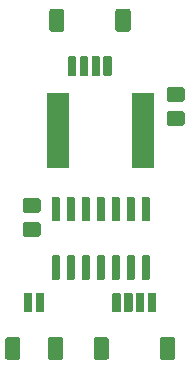
<source format=gbr>
G04 #@! TF.GenerationSoftware,KiCad,Pcbnew,5.1.2-f72e74a~84~ubuntu16.04.1*
G04 #@! TF.CreationDate,2019-06-21T14:24:11+02:00*
G04 #@! TF.ProjectId,microstepper,6d696372-6f73-4746-9570-7065722e6b69,rev?*
G04 #@! TF.SameCoordinates,Original*
G04 #@! TF.FileFunction,Soldermask,Top*
G04 #@! TF.FilePolarity,Negative*
%FSLAX46Y46*%
G04 Gerber Fmt 4.6, Leading zero omitted, Abs format (unit mm)*
G04 Created by KiCad (PCBNEW 5.1.2-f72e74a~84~ubuntu16.04.1) date 2019-06-21 14:24:11*
%MOMM*%
%LPD*%
G04 APERTURE LIST*
%ADD10C,0.100000*%
G04 APERTURE END LIST*
D10*
G36*
X31016042Y-47994604D02*
G01*
X31053137Y-48005857D01*
X31087315Y-48024125D01*
X31117281Y-48048719D01*
X31141875Y-48078685D01*
X31160143Y-48112863D01*
X31171396Y-48149958D01*
X31175800Y-48194674D01*
X31175800Y-49687726D01*
X31171396Y-49732442D01*
X31160143Y-49769537D01*
X31141875Y-49803715D01*
X31117281Y-49833681D01*
X31087315Y-49858275D01*
X31053137Y-49876543D01*
X31016042Y-49887796D01*
X30971326Y-49892200D01*
X30078274Y-49892200D01*
X30033558Y-49887796D01*
X29996463Y-49876543D01*
X29962285Y-49858275D01*
X29932319Y-49833681D01*
X29907725Y-49803715D01*
X29889457Y-49769537D01*
X29878204Y-49732442D01*
X29873800Y-49687726D01*
X29873800Y-48194674D01*
X29878204Y-48149958D01*
X29889457Y-48112863D01*
X29907725Y-48078685D01*
X29932319Y-48048719D01*
X29962285Y-48024125D01*
X29996463Y-48005857D01*
X30033558Y-47994604D01*
X30078274Y-47990200D01*
X30971326Y-47990200D01*
X31016042Y-47994604D01*
X31016042Y-47994604D01*
G37*
G36*
X27132442Y-47994604D02*
G01*
X27169537Y-48005857D01*
X27203715Y-48024125D01*
X27233681Y-48048719D01*
X27258275Y-48078685D01*
X27276543Y-48112863D01*
X27287796Y-48149958D01*
X27292200Y-48194674D01*
X27292200Y-49687726D01*
X27287796Y-49732442D01*
X27276543Y-49769537D01*
X27258275Y-49803715D01*
X27233681Y-49833681D01*
X27203715Y-49858275D01*
X27169537Y-49876543D01*
X27132442Y-49887796D01*
X27087726Y-49892200D01*
X26194674Y-49892200D01*
X26149958Y-49887796D01*
X26112863Y-49876543D01*
X26078685Y-49858275D01*
X26048719Y-49833681D01*
X26024125Y-49803715D01*
X26005857Y-49769537D01*
X25994604Y-49732442D01*
X25990200Y-49687726D01*
X25990200Y-48194674D01*
X25994604Y-48149958D01*
X26005857Y-48112863D01*
X26024125Y-48078685D01*
X26048719Y-48048719D01*
X26078685Y-48024125D01*
X26112863Y-48005857D01*
X26149958Y-47994604D01*
X26194674Y-47990200D01*
X27087726Y-47990200D01*
X27132442Y-47994604D01*
X27132442Y-47994604D01*
G37*
G36*
X23532442Y-47994604D02*
G01*
X23569537Y-48005857D01*
X23603715Y-48024125D01*
X23633681Y-48048719D01*
X23658275Y-48078685D01*
X23676543Y-48112863D01*
X23687796Y-48149958D01*
X23692200Y-48194674D01*
X23692200Y-49687726D01*
X23687796Y-49732442D01*
X23676543Y-49769537D01*
X23658275Y-49803715D01*
X23633681Y-49833681D01*
X23603715Y-49858275D01*
X23569537Y-49876543D01*
X23532442Y-49887796D01*
X23487726Y-49892200D01*
X22594674Y-49892200D01*
X22549958Y-49887796D01*
X22512863Y-49876543D01*
X22478685Y-49858275D01*
X22448719Y-49833681D01*
X22424125Y-49803715D01*
X22405857Y-49769537D01*
X22394604Y-49732442D01*
X22390200Y-49687726D01*
X22390200Y-48194674D01*
X22394604Y-48149958D01*
X22405857Y-48112863D01*
X22424125Y-48078685D01*
X22448719Y-48048719D01*
X22478685Y-48024125D01*
X22512863Y-48005857D01*
X22549958Y-47994604D01*
X22594674Y-47990200D01*
X23487726Y-47990200D01*
X23532442Y-47994604D01*
X23532442Y-47994604D01*
G37*
G36*
X36616042Y-47994604D02*
G01*
X36653137Y-48005857D01*
X36687315Y-48024125D01*
X36717281Y-48048719D01*
X36741875Y-48078685D01*
X36760143Y-48112863D01*
X36771396Y-48149958D01*
X36775800Y-48194674D01*
X36775800Y-49687726D01*
X36771396Y-49732442D01*
X36760143Y-49769537D01*
X36741875Y-49803715D01*
X36717281Y-49833681D01*
X36687315Y-49858275D01*
X36653137Y-49876543D01*
X36616042Y-49887796D01*
X36571326Y-49892200D01*
X35678274Y-49892200D01*
X35633558Y-49887796D01*
X35596463Y-49876543D01*
X35562285Y-49858275D01*
X35532319Y-49833681D01*
X35507725Y-49803715D01*
X35489457Y-49769537D01*
X35478204Y-49732442D01*
X35473800Y-49687726D01*
X35473800Y-48194674D01*
X35478204Y-48149958D01*
X35489457Y-48112863D01*
X35507725Y-48078685D01*
X35532319Y-48048719D01*
X35562285Y-48024125D01*
X35596463Y-48005857D01*
X35633558Y-47994604D01*
X35678274Y-47990200D01*
X36571326Y-47990200D01*
X36616042Y-47994604D01*
X36616042Y-47994604D01*
G37*
G36*
X33084728Y-44242964D02*
G01*
X33105809Y-44249360D01*
X33125245Y-44259748D01*
X33142276Y-44273724D01*
X33156252Y-44290755D01*
X33166640Y-44310191D01*
X33173036Y-44331272D01*
X33175800Y-44359340D01*
X33175800Y-45773060D01*
X33173036Y-45801128D01*
X33166640Y-45822209D01*
X33156252Y-45841645D01*
X33142276Y-45858676D01*
X33125245Y-45872652D01*
X33105809Y-45883040D01*
X33084728Y-45889436D01*
X33056660Y-45892200D01*
X32592940Y-45892200D01*
X32564872Y-45889436D01*
X32543791Y-45883040D01*
X32524355Y-45872652D01*
X32507324Y-45858676D01*
X32493348Y-45841645D01*
X32482960Y-45822209D01*
X32476564Y-45801128D01*
X32473800Y-45773060D01*
X32473800Y-44359340D01*
X32476564Y-44331272D01*
X32482960Y-44310191D01*
X32493348Y-44290755D01*
X32507324Y-44273724D01*
X32524355Y-44259748D01*
X32543791Y-44249360D01*
X32564872Y-44242964D01*
X32592940Y-44240200D01*
X33056660Y-44240200D01*
X33084728Y-44242964D01*
X33084728Y-44242964D01*
G37*
G36*
X35084728Y-44242964D02*
G01*
X35105809Y-44249360D01*
X35125245Y-44259748D01*
X35142276Y-44273724D01*
X35156252Y-44290755D01*
X35166640Y-44310191D01*
X35173036Y-44331272D01*
X35175800Y-44359340D01*
X35175800Y-45773060D01*
X35173036Y-45801128D01*
X35166640Y-45822209D01*
X35156252Y-45841645D01*
X35142276Y-45858676D01*
X35125245Y-45872652D01*
X35105809Y-45883040D01*
X35084728Y-45889436D01*
X35056660Y-45892200D01*
X34592940Y-45892200D01*
X34564872Y-45889436D01*
X34543791Y-45883040D01*
X34524355Y-45872652D01*
X34507324Y-45858676D01*
X34493348Y-45841645D01*
X34482960Y-45822209D01*
X34476564Y-45801128D01*
X34473800Y-45773060D01*
X34473800Y-44359340D01*
X34476564Y-44331272D01*
X34482960Y-44310191D01*
X34493348Y-44290755D01*
X34507324Y-44273724D01*
X34524355Y-44259748D01*
X34543791Y-44249360D01*
X34564872Y-44242964D01*
X34592940Y-44240200D01*
X35056660Y-44240200D01*
X35084728Y-44242964D01*
X35084728Y-44242964D01*
G37*
G36*
X34084728Y-44242964D02*
G01*
X34105809Y-44249360D01*
X34125245Y-44259748D01*
X34142276Y-44273724D01*
X34156252Y-44290755D01*
X34166640Y-44310191D01*
X34173036Y-44331272D01*
X34175800Y-44359340D01*
X34175800Y-45773060D01*
X34173036Y-45801128D01*
X34166640Y-45822209D01*
X34156252Y-45841645D01*
X34142276Y-45858676D01*
X34125245Y-45872652D01*
X34105809Y-45883040D01*
X34084728Y-45889436D01*
X34056660Y-45892200D01*
X33592940Y-45892200D01*
X33564872Y-45889436D01*
X33543791Y-45883040D01*
X33524355Y-45872652D01*
X33507324Y-45858676D01*
X33493348Y-45841645D01*
X33482960Y-45822209D01*
X33476564Y-45801128D01*
X33473800Y-45773060D01*
X33473800Y-44359340D01*
X33476564Y-44331272D01*
X33482960Y-44310191D01*
X33493348Y-44290755D01*
X33507324Y-44273724D01*
X33524355Y-44259748D01*
X33543791Y-44249360D01*
X33564872Y-44242964D01*
X33592940Y-44240200D01*
X34056660Y-44240200D01*
X34084728Y-44242964D01*
X34084728Y-44242964D01*
G37*
G36*
X32084728Y-44242964D02*
G01*
X32105809Y-44249360D01*
X32125245Y-44259748D01*
X32142276Y-44273724D01*
X32156252Y-44290755D01*
X32166640Y-44310191D01*
X32173036Y-44331272D01*
X32175800Y-44359340D01*
X32175800Y-45773060D01*
X32173036Y-45801128D01*
X32166640Y-45822209D01*
X32156252Y-45841645D01*
X32142276Y-45858676D01*
X32125245Y-45872652D01*
X32105809Y-45883040D01*
X32084728Y-45889436D01*
X32056660Y-45892200D01*
X31592940Y-45892200D01*
X31564872Y-45889436D01*
X31543791Y-45883040D01*
X31524355Y-45872652D01*
X31507324Y-45858676D01*
X31493348Y-45841645D01*
X31482960Y-45822209D01*
X31476564Y-45801128D01*
X31473800Y-45773060D01*
X31473800Y-44359340D01*
X31476564Y-44331272D01*
X31482960Y-44310191D01*
X31493348Y-44290755D01*
X31507324Y-44273724D01*
X31524355Y-44259748D01*
X31543791Y-44249360D01*
X31564872Y-44242964D01*
X31592940Y-44240200D01*
X32056660Y-44240200D01*
X32084728Y-44242964D01*
X32084728Y-44242964D01*
G37*
G36*
X25601128Y-44242964D02*
G01*
X25622209Y-44249360D01*
X25641645Y-44259748D01*
X25658676Y-44273724D01*
X25672652Y-44290755D01*
X25683040Y-44310191D01*
X25689436Y-44331272D01*
X25692200Y-44359340D01*
X25692200Y-45773060D01*
X25689436Y-45801128D01*
X25683040Y-45822209D01*
X25672652Y-45841645D01*
X25658676Y-45858676D01*
X25641645Y-45872652D01*
X25622209Y-45883040D01*
X25601128Y-45889436D01*
X25573060Y-45892200D01*
X25109340Y-45892200D01*
X25081272Y-45889436D01*
X25060191Y-45883040D01*
X25040755Y-45872652D01*
X25023724Y-45858676D01*
X25009748Y-45841645D01*
X24999360Y-45822209D01*
X24992964Y-45801128D01*
X24990200Y-45773060D01*
X24990200Y-44359340D01*
X24992964Y-44331272D01*
X24999360Y-44310191D01*
X25009748Y-44290755D01*
X25023724Y-44273724D01*
X25040755Y-44259748D01*
X25060191Y-44249360D01*
X25081272Y-44242964D01*
X25109340Y-44240200D01*
X25573060Y-44240200D01*
X25601128Y-44242964D01*
X25601128Y-44242964D01*
G37*
G36*
X24601128Y-44242964D02*
G01*
X24622209Y-44249360D01*
X24641645Y-44259748D01*
X24658676Y-44273724D01*
X24672652Y-44290755D01*
X24683040Y-44310191D01*
X24689436Y-44331272D01*
X24692200Y-44359340D01*
X24692200Y-45773060D01*
X24689436Y-45801128D01*
X24683040Y-45822209D01*
X24672652Y-45841645D01*
X24658676Y-45858676D01*
X24641645Y-45872652D01*
X24622209Y-45883040D01*
X24601128Y-45889436D01*
X24573060Y-45892200D01*
X24109340Y-45892200D01*
X24081272Y-45889436D01*
X24060191Y-45883040D01*
X24040755Y-45872652D01*
X24023724Y-45858676D01*
X24009748Y-45841645D01*
X23999360Y-45822209D01*
X23992964Y-45801128D01*
X23990200Y-45773060D01*
X23990200Y-44359340D01*
X23992964Y-44331272D01*
X23999360Y-44310191D01*
X24009748Y-44290755D01*
X24023724Y-44273724D01*
X24040755Y-44259748D01*
X24060191Y-44249360D01*
X24081272Y-44242964D01*
X24109340Y-44240200D01*
X24573060Y-44240200D01*
X24601128Y-44242964D01*
X24601128Y-44242964D01*
G37*
G36*
X34549928Y-41075764D02*
G01*
X34571009Y-41082160D01*
X34590445Y-41092548D01*
X34607476Y-41106524D01*
X34621452Y-41123555D01*
X34631840Y-41142991D01*
X34638236Y-41164072D01*
X34641000Y-41192140D01*
X34641000Y-43005860D01*
X34638236Y-43033928D01*
X34631840Y-43055009D01*
X34621452Y-43074445D01*
X34607476Y-43091476D01*
X34590445Y-43105452D01*
X34571009Y-43115840D01*
X34549928Y-43122236D01*
X34521860Y-43125000D01*
X34058140Y-43125000D01*
X34030072Y-43122236D01*
X34008991Y-43115840D01*
X33989555Y-43105452D01*
X33972524Y-43091476D01*
X33958548Y-43074445D01*
X33948160Y-43055009D01*
X33941764Y-43033928D01*
X33939000Y-43005860D01*
X33939000Y-41192140D01*
X33941764Y-41164072D01*
X33948160Y-41142991D01*
X33958548Y-41123555D01*
X33972524Y-41106524D01*
X33989555Y-41092548D01*
X34008991Y-41082160D01*
X34030072Y-41075764D01*
X34058140Y-41073000D01*
X34521860Y-41073000D01*
X34549928Y-41075764D01*
X34549928Y-41075764D01*
G37*
G36*
X26929928Y-41075764D02*
G01*
X26951009Y-41082160D01*
X26970445Y-41092548D01*
X26987476Y-41106524D01*
X27001452Y-41123555D01*
X27011840Y-41142991D01*
X27018236Y-41164072D01*
X27021000Y-41192140D01*
X27021000Y-43005860D01*
X27018236Y-43033928D01*
X27011840Y-43055009D01*
X27001452Y-43074445D01*
X26987476Y-43091476D01*
X26970445Y-43105452D01*
X26951009Y-43115840D01*
X26929928Y-43122236D01*
X26901860Y-43125000D01*
X26438140Y-43125000D01*
X26410072Y-43122236D01*
X26388991Y-43115840D01*
X26369555Y-43105452D01*
X26352524Y-43091476D01*
X26338548Y-43074445D01*
X26328160Y-43055009D01*
X26321764Y-43033928D01*
X26319000Y-43005860D01*
X26319000Y-41192140D01*
X26321764Y-41164072D01*
X26328160Y-41142991D01*
X26338548Y-41123555D01*
X26352524Y-41106524D01*
X26369555Y-41092548D01*
X26388991Y-41082160D01*
X26410072Y-41075764D01*
X26438140Y-41073000D01*
X26901860Y-41073000D01*
X26929928Y-41075764D01*
X26929928Y-41075764D01*
G37*
G36*
X29469928Y-41075764D02*
G01*
X29491009Y-41082160D01*
X29510445Y-41092548D01*
X29527476Y-41106524D01*
X29541452Y-41123555D01*
X29551840Y-41142991D01*
X29558236Y-41164072D01*
X29561000Y-41192140D01*
X29561000Y-43005860D01*
X29558236Y-43033928D01*
X29551840Y-43055009D01*
X29541452Y-43074445D01*
X29527476Y-43091476D01*
X29510445Y-43105452D01*
X29491009Y-43115840D01*
X29469928Y-43122236D01*
X29441860Y-43125000D01*
X28978140Y-43125000D01*
X28950072Y-43122236D01*
X28928991Y-43115840D01*
X28909555Y-43105452D01*
X28892524Y-43091476D01*
X28878548Y-43074445D01*
X28868160Y-43055009D01*
X28861764Y-43033928D01*
X28859000Y-43005860D01*
X28859000Y-41192140D01*
X28861764Y-41164072D01*
X28868160Y-41142991D01*
X28878548Y-41123555D01*
X28892524Y-41106524D01*
X28909555Y-41092548D01*
X28928991Y-41082160D01*
X28950072Y-41075764D01*
X28978140Y-41073000D01*
X29441860Y-41073000D01*
X29469928Y-41075764D01*
X29469928Y-41075764D01*
G37*
G36*
X30739928Y-41075764D02*
G01*
X30761009Y-41082160D01*
X30780445Y-41092548D01*
X30797476Y-41106524D01*
X30811452Y-41123555D01*
X30821840Y-41142991D01*
X30828236Y-41164072D01*
X30831000Y-41192140D01*
X30831000Y-43005860D01*
X30828236Y-43033928D01*
X30821840Y-43055009D01*
X30811452Y-43074445D01*
X30797476Y-43091476D01*
X30780445Y-43105452D01*
X30761009Y-43115840D01*
X30739928Y-43122236D01*
X30711860Y-43125000D01*
X30248140Y-43125000D01*
X30220072Y-43122236D01*
X30198991Y-43115840D01*
X30179555Y-43105452D01*
X30162524Y-43091476D01*
X30148548Y-43074445D01*
X30138160Y-43055009D01*
X30131764Y-43033928D01*
X30129000Y-43005860D01*
X30129000Y-41192140D01*
X30131764Y-41164072D01*
X30138160Y-41142991D01*
X30148548Y-41123555D01*
X30162524Y-41106524D01*
X30179555Y-41092548D01*
X30198991Y-41082160D01*
X30220072Y-41075764D01*
X30248140Y-41073000D01*
X30711860Y-41073000D01*
X30739928Y-41075764D01*
X30739928Y-41075764D01*
G37*
G36*
X32009928Y-41075764D02*
G01*
X32031009Y-41082160D01*
X32050445Y-41092548D01*
X32067476Y-41106524D01*
X32081452Y-41123555D01*
X32091840Y-41142991D01*
X32098236Y-41164072D01*
X32101000Y-41192140D01*
X32101000Y-43005860D01*
X32098236Y-43033928D01*
X32091840Y-43055009D01*
X32081452Y-43074445D01*
X32067476Y-43091476D01*
X32050445Y-43105452D01*
X32031009Y-43115840D01*
X32009928Y-43122236D01*
X31981860Y-43125000D01*
X31518140Y-43125000D01*
X31490072Y-43122236D01*
X31468991Y-43115840D01*
X31449555Y-43105452D01*
X31432524Y-43091476D01*
X31418548Y-43074445D01*
X31408160Y-43055009D01*
X31401764Y-43033928D01*
X31399000Y-43005860D01*
X31399000Y-41192140D01*
X31401764Y-41164072D01*
X31408160Y-41142991D01*
X31418548Y-41123555D01*
X31432524Y-41106524D01*
X31449555Y-41092548D01*
X31468991Y-41082160D01*
X31490072Y-41075764D01*
X31518140Y-41073000D01*
X31981860Y-41073000D01*
X32009928Y-41075764D01*
X32009928Y-41075764D01*
G37*
G36*
X33279928Y-41075764D02*
G01*
X33301009Y-41082160D01*
X33320445Y-41092548D01*
X33337476Y-41106524D01*
X33351452Y-41123555D01*
X33361840Y-41142991D01*
X33368236Y-41164072D01*
X33371000Y-41192140D01*
X33371000Y-43005860D01*
X33368236Y-43033928D01*
X33361840Y-43055009D01*
X33351452Y-43074445D01*
X33337476Y-43091476D01*
X33320445Y-43105452D01*
X33301009Y-43115840D01*
X33279928Y-43122236D01*
X33251860Y-43125000D01*
X32788140Y-43125000D01*
X32760072Y-43122236D01*
X32738991Y-43115840D01*
X32719555Y-43105452D01*
X32702524Y-43091476D01*
X32688548Y-43074445D01*
X32678160Y-43055009D01*
X32671764Y-43033928D01*
X32669000Y-43005860D01*
X32669000Y-41192140D01*
X32671764Y-41164072D01*
X32678160Y-41142991D01*
X32688548Y-41123555D01*
X32702524Y-41106524D01*
X32719555Y-41092548D01*
X32738991Y-41082160D01*
X32760072Y-41075764D01*
X32788140Y-41073000D01*
X33251860Y-41073000D01*
X33279928Y-41075764D01*
X33279928Y-41075764D01*
G37*
G36*
X28199928Y-41075764D02*
G01*
X28221009Y-41082160D01*
X28240445Y-41092548D01*
X28257476Y-41106524D01*
X28271452Y-41123555D01*
X28281840Y-41142991D01*
X28288236Y-41164072D01*
X28291000Y-41192140D01*
X28291000Y-43005860D01*
X28288236Y-43033928D01*
X28281840Y-43055009D01*
X28271452Y-43074445D01*
X28257476Y-43091476D01*
X28240445Y-43105452D01*
X28221009Y-43115840D01*
X28199928Y-43122236D01*
X28171860Y-43125000D01*
X27708140Y-43125000D01*
X27680072Y-43122236D01*
X27658991Y-43115840D01*
X27639555Y-43105452D01*
X27622524Y-43091476D01*
X27608548Y-43074445D01*
X27598160Y-43055009D01*
X27591764Y-43033928D01*
X27589000Y-43005860D01*
X27589000Y-41192140D01*
X27591764Y-41164072D01*
X27598160Y-41142991D01*
X27608548Y-41123555D01*
X27622524Y-41106524D01*
X27639555Y-41092548D01*
X27658991Y-41082160D01*
X27680072Y-41075764D01*
X27708140Y-41073000D01*
X28171860Y-41073000D01*
X28199928Y-41075764D01*
X28199928Y-41075764D01*
G37*
G36*
X25226674Y-38249465D02*
G01*
X25264367Y-38260899D01*
X25299103Y-38279466D01*
X25329548Y-38304452D01*
X25354534Y-38334897D01*
X25373101Y-38369633D01*
X25384535Y-38407326D01*
X25389000Y-38452661D01*
X25389000Y-39289339D01*
X25384535Y-39334674D01*
X25373101Y-39372367D01*
X25354534Y-39407103D01*
X25329548Y-39437548D01*
X25299103Y-39462534D01*
X25264367Y-39481101D01*
X25226674Y-39492535D01*
X25181339Y-39497000D01*
X24094661Y-39497000D01*
X24049326Y-39492535D01*
X24011633Y-39481101D01*
X23976897Y-39462534D01*
X23946452Y-39437548D01*
X23921466Y-39407103D01*
X23902899Y-39372367D01*
X23891465Y-39334674D01*
X23887000Y-39289339D01*
X23887000Y-38452661D01*
X23891465Y-38407326D01*
X23902899Y-38369633D01*
X23921466Y-38334897D01*
X23946452Y-38304452D01*
X23976897Y-38279466D01*
X24011633Y-38260899D01*
X24049326Y-38249465D01*
X24094661Y-38245000D01*
X25181339Y-38245000D01*
X25226674Y-38249465D01*
X25226674Y-38249465D01*
G37*
G36*
X26929928Y-36125764D02*
G01*
X26951009Y-36132160D01*
X26970445Y-36142548D01*
X26987476Y-36156524D01*
X27001452Y-36173555D01*
X27011840Y-36192991D01*
X27018236Y-36214072D01*
X27021000Y-36242140D01*
X27021000Y-38055860D01*
X27018236Y-38083928D01*
X27011840Y-38105009D01*
X27001452Y-38124445D01*
X26987476Y-38141476D01*
X26970445Y-38155452D01*
X26951009Y-38165840D01*
X26929928Y-38172236D01*
X26901860Y-38175000D01*
X26438140Y-38175000D01*
X26410072Y-38172236D01*
X26388991Y-38165840D01*
X26369555Y-38155452D01*
X26352524Y-38141476D01*
X26338548Y-38124445D01*
X26328160Y-38105009D01*
X26321764Y-38083928D01*
X26319000Y-38055860D01*
X26319000Y-36242140D01*
X26321764Y-36214072D01*
X26328160Y-36192991D01*
X26338548Y-36173555D01*
X26352524Y-36156524D01*
X26369555Y-36142548D01*
X26388991Y-36132160D01*
X26410072Y-36125764D01*
X26438140Y-36123000D01*
X26901860Y-36123000D01*
X26929928Y-36125764D01*
X26929928Y-36125764D01*
G37*
G36*
X34549928Y-36125764D02*
G01*
X34571009Y-36132160D01*
X34590445Y-36142548D01*
X34607476Y-36156524D01*
X34621452Y-36173555D01*
X34631840Y-36192991D01*
X34638236Y-36214072D01*
X34641000Y-36242140D01*
X34641000Y-38055860D01*
X34638236Y-38083928D01*
X34631840Y-38105009D01*
X34621452Y-38124445D01*
X34607476Y-38141476D01*
X34590445Y-38155452D01*
X34571009Y-38165840D01*
X34549928Y-38172236D01*
X34521860Y-38175000D01*
X34058140Y-38175000D01*
X34030072Y-38172236D01*
X34008991Y-38165840D01*
X33989555Y-38155452D01*
X33972524Y-38141476D01*
X33958548Y-38124445D01*
X33948160Y-38105009D01*
X33941764Y-38083928D01*
X33939000Y-38055860D01*
X33939000Y-36242140D01*
X33941764Y-36214072D01*
X33948160Y-36192991D01*
X33958548Y-36173555D01*
X33972524Y-36156524D01*
X33989555Y-36142548D01*
X34008991Y-36132160D01*
X34030072Y-36125764D01*
X34058140Y-36123000D01*
X34521860Y-36123000D01*
X34549928Y-36125764D01*
X34549928Y-36125764D01*
G37*
G36*
X33279928Y-36125764D02*
G01*
X33301009Y-36132160D01*
X33320445Y-36142548D01*
X33337476Y-36156524D01*
X33351452Y-36173555D01*
X33361840Y-36192991D01*
X33368236Y-36214072D01*
X33371000Y-36242140D01*
X33371000Y-38055860D01*
X33368236Y-38083928D01*
X33361840Y-38105009D01*
X33351452Y-38124445D01*
X33337476Y-38141476D01*
X33320445Y-38155452D01*
X33301009Y-38165840D01*
X33279928Y-38172236D01*
X33251860Y-38175000D01*
X32788140Y-38175000D01*
X32760072Y-38172236D01*
X32738991Y-38165840D01*
X32719555Y-38155452D01*
X32702524Y-38141476D01*
X32688548Y-38124445D01*
X32678160Y-38105009D01*
X32671764Y-38083928D01*
X32669000Y-38055860D01*
X32669000Y-36242140D01*
X32671764Y-36214072D01*
X32678160Y-36192991D01*
X32688548Y-36173555D01*
X32702524Y-36156524D01*
X32719555Y-36142548D01*
X32738991Y-36132160D01*
X32760072Y-36125764D01*
X32788140Y-36123000D01*
X33251860Y-36123000D01*
X33279928Y-36125764D01*
X33279928Y-36125764D01*
G37*
G36*
X32009928Y-36125764D02*
G01*
X32031009Y-36132160D01*
X32050445Y-36142548D01*
X32067476Y-36156524D01*
X32081452Y-36173555D01*
X32091840Y-36192991D01*
X32098236Y-36214072D01*
X32101000Y-36242140D01*
X32101000Y-38055860D01*
X32098236Y-38083928D01*
X32091840Y-38105009D01*
X32081452Y-38124445D01*
X32067476Y-38141476D01*
X32050445Y-38155452D01*
X32031009Y-38165840D01*
X32009928Y-38172236D01*
X31981860Y-38175000D01*
X31518140Y-38175000D01*
X31490072Y-38172236D01*
X31468991Y-38165840D01*
X31449555Y-38155452D01*
X31432524Y-38141476D01*
X31418548Y-38124445D01*
X31408160Y-38105009D01*
X31401764Y-38083928D01*
X31399000Y-38055860D01*
X31399000Y-36242140D01*
X31401764Y-36214072D01*
X31408160Y-36192991D01*
X31418548Y-36173555D01*
X31432524Y-36156524D01*
X31449555Y-36142548D01*
X31468991Y-36132160D01*
X31490072Y-36125764D01*
X31518140Y-36123000D01*
X31981860Y-36123000D01*
X32009928Y-36125764D01*
X32009928Y-36125764D01*
G37*
G36*
X30739928Y-36125764D02*
G01*
X30761009Y-36132160D01*
X30780445Y-36142548D01*
X30797476Y-36156524D01*
X30811452Y-36173555D01*
X30821840Y-36192991D01*
X30828236Y-36214072D01*
X30831000Y-36242140D01*
X30831000Y-38055860D01*
X30828236Y-38083928D01*
X30821840Y-38105009D01*
X30811452Y-38124445D01*
X30797476Y-38141476D01*
X30780445Y-38155452D01*
X30761009Y-38165840D01*
X30739928Y-38172236D01*
X30711860Y-38175000D01*
X30248140Y-38175000D01*
X30220072Y-38172236D01*
X30198991Y-38165840D01*
X30179555Y-38155452D01*
X30162524Y-38141476D01*
X30148548Y-38124445D01*
X30138160Y-38105009D01*
X30131764Y-38083928D01*
X30129000Y-38055860D01*
X30129000Y-36242140D01*
X30131764Y-36214072D01*
X30138160Y-36192991D01*
X30148548Y-36173555D01*
X30162524Y-36156524D01*
X30179555Y-36142548D01*
X30198991Y-36132160D01*
X30220072Y-36125764D01*
X30248140Y-36123000D01*
X30711860Y-36123000D01*
X30739928Y-36125764D01*
X30739928Y-36125764D01*
G37*
G36*
X29469928Y-36125764D02*
G01*
X29491009Y-36132160D01*
X29510445Y-36142548D01*
X29527476Y-36156524D01*
X29541452Y-36173555D01*
X29551840Y-36192991D01*
X29558236Y-36214072D01*
X29561000Y-36242140D01*
X29561000Y-38055860D01*
X29558236Y-38083928D01*
X29551840Y-38105009D01*
X29541452Y-38124445D01*
X29527476Y-38141476D01*
X29510445Y-38155452D01*
X29491009Y-38165840D01*
X29469928Y-38172236D01*
X29441860Y-38175000D01*
X28978140Y-38175000D01*
X28950072Y-38172236D01*
X28928991Y-38165840D01*
X28909555Y-38155452D01*
X28892524Y-38141476D01*
X28878548Y-38124445D01*
X28868160Y-38105009D01*
X28861764Y-38083928D01*
X28859000Y-38055860D01*
X28859000Y-36242140D01*
X28861764Y-36214072D01*
X28868160Y-36192991D01*
X28878548Y-36173555D01*
X28892524Y-36156524D01*
X28909555Y-36142548D01*
X28928991Y-36132160D01*
X28950072Y-36125764D01*
X28978140Y-36123000D01*
X29441860Y-36123000D01*
X29469928Y-36125764D01*
X29469928Y-36125764D01*
G37*
G36*
X28199928Y-36125764D02*
G01*
X28221009Y-36132160D01*
X28240445Y-36142548D01*
X28257476Y-36156524D01*
X28271452Y-36173555D01*
X28281840Y-36192991D01*
X28288236Y-36214072D01*
X28291000Y-36242140D01*
X28291000Y-38055860D01*
X28288236Y-38083928D01*
X28281840Y-38105009D01*
X28271452Y-38124445D01*
X28257476Y-38141476D01*
X28240445Y-38155452D01*
X28221009Y-38165840D01*
X28199928Y-38172236D01*
X28171860Y-38175000D01*
X27708140Y-38175000D01*
X27680072Y-38172236D01*
X27658991Y-38165840D01*
X27639555Y-38155452D01*
X27622524Y-38141476D01*
X27608548Y-38124445D01*
X27598160Y-38105009D01*
X27591764Y-38083928D01*
X27589000Y-38055860D01*
X27589000Y-36242140D01*
X27591764Y-36214072D01*
X27598160Y-36192991D01*
X27608548Y-36173555D01*
X27622524Y-36156524D01*
X27639555Y-36142548D01*
X27658991Y-36132160D01*
X27680072Y-36125764D01*
X27708140Y-36123000D01*
X28171860Y-36123000D01*
X28199928Y-36125764D01*
X28199928Y-36125764D01*
G37*
G36*
X25226674Y-36199465D02*
G01*
X25264367Y-36210899D01*
X25299103Y-36229466D01*
X25329548Y-36254452D01*
X25354534Y-36284897D01*
X25373101Y-36319633D01*
X25384535Y-36357326D01*
X25389000Y-36402661D01*
X25389000Y-37239339D01*
X25384535Y-37284674D01*
X25373101Y-37322367D01*
X25354534Y-37357103D01*
X25329548Y-37387548D01*
X25299103Y-37412534D01*
X25264367Y-37431101D01*
X25226674Y-37442535D01*
X25181339Y-37447000D01*
X24094661Y-37447000D01*
X24049326Y-37442535D01*
X24011633Y-37431101D01*
X23976897Y-37412534D01*
X23946452Y-37387548D01*
X23921466Y-37357103D01*
X23902899Y-37322367D01*
X23891465Y-37284674D01*
X23887000Y-37239339D01*
X23887000Y-36402661D01*
X23891465Y-36357326D01*
X23902899Y-36319633D01*
X23921466Y-36284897D01*
X23946452Y-36254452D01*
X23976897Y-36229466D01*
X24011633Y-36210899D01*
X24049326Y-36199465D01*
X24094661Y-36195000D01*
X25181339Y-36195000D01*
X25226674Y-36199465D01*
X25226674Y-36199465D01*
G37*
G36*
X27806000Y-33681000D02*
G01*
X25954000Y-33681000D01*
X25954000Y-27279000D01*
X27806000Y-27279000D01*
X27806000Y-33681000D01*
X27806000Y-33681000D01*
G37*
G36*
X35006000Y-33681000D02*
G01*
X33154000Y-33681000D01*
X33154000Y-27279000D01*
X35006000Y-27279000D01*
X35006000Y-33681000D01*
X35006000Y-33681000D01*
G37*
G36*
X37418674Y-28851465D02*
G01*
X37456367Y-28862899D01*
X37491103Y-28881466D01*
X37521548Y-28906452D01*
X37546534Y-28936897D01*
X37565101Y-28971633D01*
X37576535Y-29009326D01*
X37581000Y-29054661D01*
X37581000Y-29891339D01*
X37576535Y-29936674D01*
X37565101Y-29974367D01*
X37546534Y-30009103D01*
X37521548Y-30039548D01*
X37491103Y-30064534D01*
X37456367Y-30083101D01*
X37418674Y-30094535D01*
X37373339Y-30099000D01*
X36286661Y-30099000D01*
X36241326Y-30094535D01*
X36203633Y-30083101D01*
X36168897Y-30064534D01*
X36138452Y-30039548D01*
X36113466Y-30009103D01*
X36094899Y-29974367D01*
X36083465Y-29936674D01*
X36079000Y-29891339D01*
X36079000Y-29054661D01*
X36083465Y-29009326D01*
X36094899Y-28971633D01*
X36113466Y-28936897D01*
X36138452Y-28906452D01*
X36168897Y-28881466D01*
X36203633Y-28862899D01*
X36241326Y-28851465D01*
X36286661Y-28847000D01*
X37373339Y-28847000D01*
X37418674Y-28851465D01*
X37418674Y-28851465D01*
G37*
G36*
X37418674Y-26801465D02*
G01*
X37456367Y-26812899D01*
X37491103Y-26831466D01*
X37521548Y-26856452D01*
X37546534Y-26886897D01*
X37565101Y-26921633D01*
X37576535Y-26959326D01*
X37581000Y-27004661D01*
X37581000Y-27841339D01*
X37576535Y-27886674D01*
X37565101Y-27924367D01*
X37546534Y-27959103D01*
X37521548Y-27989548D01*
X37491103Y-28014534D01*
X37456367Y-28033101D01*
X37418674Y-28044535D01*
X37373339Y-28049000D01*
X36286661Y-28049000D01*
X36241326Y-28044535D01*
X36203633Y-28033101D01*
X36168897Y-28014534D01*
X36138452Y-27989548D01*
X36113466Y-27959103D01*
X36094899Y-27924367D01*
X36083465Y-27886674D01*
X36079000Y-27841339D01*
X36079000Y-27004661D01*
X36083465Y-26959326D01*
X36094899Y-26921633D01*
X36113466Y-26886897D01*
X36138452Y-26856452D01*
X36168897Y-26831466D01*
X36203633Y-26812899D01*
X36241326Y-26801465D01*
X36286661Y-26797000D01*
X37373339Y-26797000D01*
X37418674Y-26801465D01*
X37418674Y-26801465D01*
G37*
G36*
X30325528Y-24214564D02*
G01*
X30346609Y-24220960D01*
X30366045Y-24231348D01*
X30383076Y-24245324D01*
X30397052Y-24262355D01*
X30407440Y-24281791D01*
X30413836Y-24302872D01*
X30416600Y-24330940D01*
X30416600Y-25744660D01*
X30413836Y-25772728D01*
X30407440Y-25793809D01*
X30397052Y-25813245D01*
X30383076Y-25830276D01*
X30366045Y-25844252D01*
X30346609Y-25854640D01*
X30325528Y-25861036D01*
X30297460Y-25863800D01*
X29833740Y-25863800D01*
X29805672Y-25861036D01*
X29784591Y-25854640D01*
X29765155Y-25844252D01*
X29748124Y-25830276D01*
X29734148Y-25813245D01*
X29723760Y-25793809D01*
X29717364Y-25772728D01*
X29714600Y-25744660D01*
X29714600Y-24330940D01*
X29717364Y-24302872D01*
X29723760Y-24281791D01*
X29734148Y-24262355D01*
X29748124Y-24245324D01*
X29765155Y-24231348D01*
X29784591Y-24220960D01*
X29805672Y-24214564D01*
X29833740Y-24211800D01*
X30297460Y-24211800D01*
X30325528Y-24214564D01*
X30325528Y-24214564D01*
G37*
G36*
X29325528Y-24214564D02*
G01*
X29346609Y-24220960D01*
X29366045Y-24231348D01*
X29383076Y-24245324D01*
X29397052Y-24262355D01*
X29407440Y-24281791D01*
X29413836Y-24302872D01*
X29416600Y-24330940D01*
X29416600Y-25744660D01*
X29413836Y-25772728D01*
X29407440Y-25793809D01*
X29397052Y-25813245D01*
X29383076Y-25830276D01*
X29366045Y-25844252D01*
X29346609Y-25854640D01*
X29325528Y-25861036D01*
X29297460Y-25863800D01*
X28833740Y-25863800D01*
X28805672Y-25861036D01*
X28784591Y-25854640D01*
X28765155Y-25844252D01*
X28748124Y-25830276D01*
X28734148Y-25813245D01*
X28723760Y-25793809D01*
X28717364Y-25772728D01*
X28714600Y-25744660D01*
X28714600Y-24330940D01*
X28717364Y-24302872D01*
X28723760Y-24281791D01*
X28734148Y-24262355D01*
X28748124Y-24245324D01*
X28765155Y-24231348D01*
X28784591Y-24220960D01*
X28805672Y-24214564D01*
X28833740Y-24211800D01*
X29297460Y-24211800D01*
X29325528Y-24214564D01*
X29325528Y-24214564D01*
G37*
G36*
X28325528Y-24214564D02*
G01*
X28346609Y-24220960D01*
X28366045Y-24231348D01*
X28383076Y-24245324D01*
X28397052Y-24262355D01*
X28407440Y-24281791D01*
X28413836Y-24302872D01*
X28416600Y-24330940D01*
X28416600Y-25744660D01*
X28413836Y-25772728D01*
X28407440Y-25793809D01*
X28397052Y-25813245D01*
X28383076Y-25830276D01*
X28366045Y-25844252D01*
X28346609Y-25854640D01*
X28325528Y-25861036D01*
X28297460Y-25863800D01*
X27833740Y-25863800D01*
X27805672Y-25861036D01*
X27784591Y-25854640D01*
X27765155Y-25844252D01*
X27748124Y-25830276D01*
X27734148Y-25813245D01*
X27723760Y-25793809D01*
X27717364Y-25772728D01*
X27714600Y-25744660D01*
X27714600Y-24330940D01*
X27717364Y-24302872D01*
X27723760Y-24281791D01*
X27734148Y-24262355D01*
X27748124Y-24245324D01*
X27765155Y-24231348D01*
X27784591Y-24220960D01*
X27805672Y-24214564D01*
X27833740Y-24211800D01*
X28297460Y-24211800D01*
X28325528Y-24214564D01*
X28325528Y-24214564D01*
G37*
G36*
X31325528Y-24214564D02*
G01*
X31346609Y-24220960D01*
X31366045Y-24231348D01*
X31383076Y-24245324D01*
X31397052Y-24262355D01*
X31407440Y-24281791D01*
X31413836Y-24302872D01*
X31416600Y-24330940D01*
X31416600Y-25744660D01*
X31413836Y-25772728D01*
X31407440Y-25793809D01*
X31397052Y-25813245D01*
X31383076Y-25830276D01*
X31366045Y-25844252D01*
X31346609Y-25854640D01*
X31325528Y-25861036D01*
X31297460Y-25863800D01*
X30833740Y-25863800D01*
X30805672Y-25861036D01*
X30784591Y-25854640D01*
X30765155Y-25844252D01*
X30748124Y-25830276D01*
X30734148Y-25813245D01*
X30723760Y-25793809D01*
X30717364Y-25772728D01*
X30714600Y-25744660D01*
X30714600Y-24330940D01*
X30717364Y-24302872D01*
X30723760Y-24281791D01*
X30734148Y-24262355D01*
X30748124Y-24245324D01*
X30765155Y-24231348D01*
X30784591Y-24220960D01*
X30805672Y-24214564D01*
X30833740Y-24211800D01*
X31297460Y-24211800D01*
X31325528Y-24214564D01*
X31325528Y-24214564D01*
G37*
G36*
X32856842Y-20216204D02*
G01*
X32893937Y-20227457D01*
X32928115Y-20245725D01*
X32958081Y-20270319D01*
X32982675Y-20300285D01*
X33000943Y-20334463D01*
X33012196Y-20371558D01*
X33016600Y-20416274D01*
X33016600Y-21909326D01*
X33012196Y-21954042D01*
X33000943Y-21991137D01*
X32982675Y-22025315D01*
X32958081Y-22055281D01*
X32928115Y-22079875D01*
X32893937Y-22098143D01*
X32856842Y-22109396D01*
X32812126Y-22113800D01*
X31919074Y-22113800D01*
X31874358Y-22109396D01*
X31837263Y-22098143D01*
X31803085Y-22079875D01*
X31773119Y-22055281D01*
X31748525Y-22025315D01*
X31730257Y-21991137D01*
X31719004Y-21954042D01*
X31714600Y-21909326D01*
X31714600Y-20416274D01*
X31719004Y-20371558D01*
X31730257Y-20334463D01*
X31748525Y-20300285D01*
X31773119Y-20270319D01*
X31803085Y-20245725D01*
X31837263Y-20227457D01*
X31874358Y-20216204D01*
X31919074Y-20211800D01*
X32812126Y-20211800D01*
X32856842Y-20216204D01*
X32856842Y-20216204D01*
G37*
G36*
X27256842Y-20216204D02*
G01*
X27293937Y-20227457D01*
X27328115Y-20245725D01*
X27358081Y-20270319D01*
X27382675Y-20300285D01*
X27400943Y-20334463D01*
X27412196Y-20371558D01*
X27416600Y-20416274D01*
X27416600Y-21909326D01*
X27412196Y-21954042D01*
X27400943Y-21991137D01*
X27382675Y-22025315D01*
X27358081Y-22055281D01*
X27328115Y-22079875D01*
X27293937Y-22098143D01*
X27256842Y-22109396D01*
X27212126Y-22113800D01*
X26319074Y-22113800D01*
X26274358Y-22109396D01*
X26237263Y-22098143D01*
X26203085Y-22079875D01*
X26173119Y-22055281D01*
X26148525Y-22025315D01*
X26130257Y-21991137D01*
X26119004Y-21954042D01*
X26114600Y-21909326D01*
X26114600Y-20416274D01*
X26119004Y-20371558D01*
X26130257Y-20334463D01*
X26148525Y-20300285D01*
X26173119Y-20270319D01*
X26203085Y-20245725D01*
X26237263Y-20227457D01*
X26274358Y-20216204D01*
X26319074Y-20211800D01*
X27212126Y-20211800D01*
X27256842Y-20216204D01*
X27256842Y-20216204D01*
G37*
M02*

</source>
